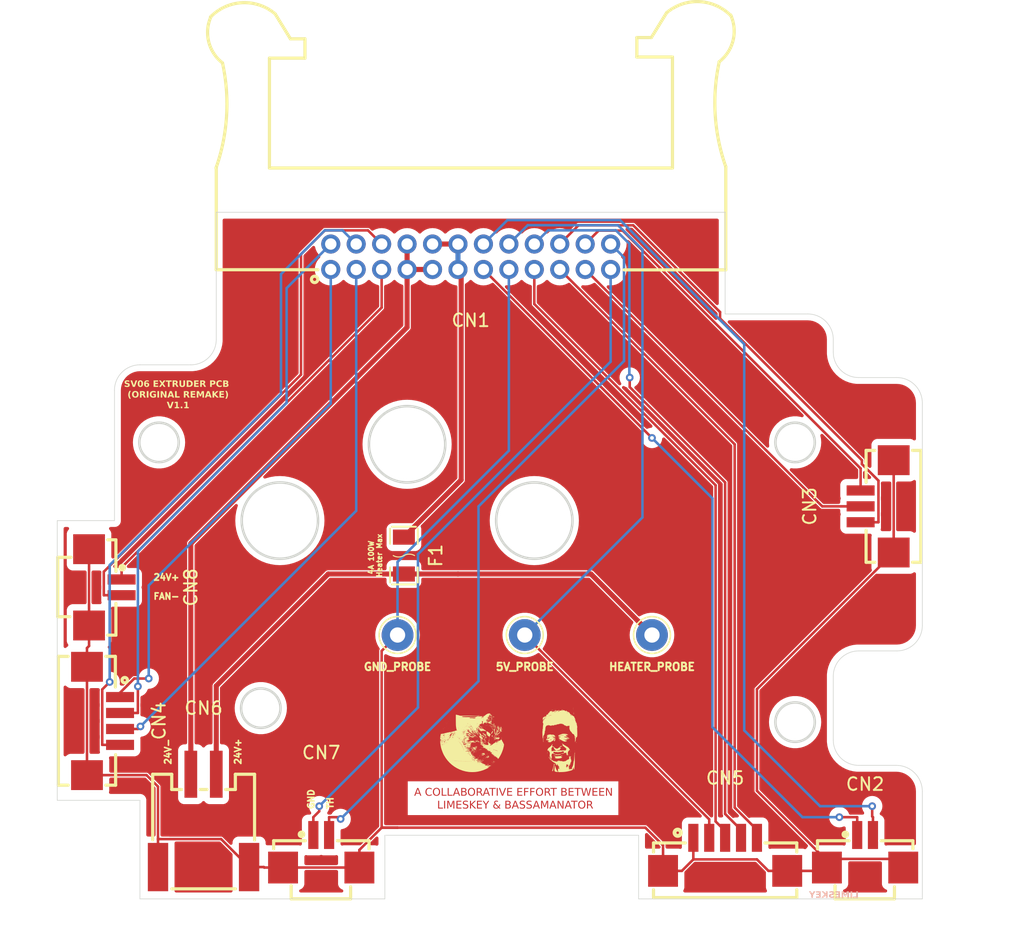
<source format=kicad_pcb>
(kicad_pcb (version 20240108) (generator "pcbnew") (generator_version "8.0")
  (layers (0 "F.Cu" signal) (31 "B.Cu" signal) (34 "B.Paste" user) (35 "F.Paste" user) (36 "B.SilkS" user "B.Silkscreen") (37 "F.SilkS" user "F.Silkscreen") (38 "B.Mask" user) (39 "F.Mask" user) (44 "Edge.Cuts" user))
  (net 0 "")
  (net 1 "Probe #2")
  (net 2 "Probe #1")
  (net 3 "Heater-")
  (net 4 "Empty DET #2")
  (net 5 "Probe #4")
  (net 6 "E Motor #1")
  (net 7 "Termistor-")
  (net 8 "Part Cooling Fan-")
  (net 9 "Empty DET #1")
  (net 10 "Fan+")
  (net 11 "Thermistor+")
  (net 12 "E Motor #3")
  (net 13 "E Motor #2")
  (net 14 "Probe #3")
  (net 15 "Empty DET #3")
  (net 16 "Probe #5")
  (net 17 "E Motor #4")
  (net 18 "Fan-")
  (net 19 "HEATER+_UNFUSED")
  (net 20 "Heater+")
  (net 21 "Part Cooling Fan+")
  (footprint "easyeda2kicad:CONN-SMD_HC-1.25-3PWT" (layer "F.Cu") (at 183.95 84.88 90)
    (property "Reference" "CN3" (at 0 -5.3 -90) (layer "F.SilkS"))
    (property "Value" "HC-1.25-3PWT")
    (pad "1" smd rect (at -1.25 -1.3 90) (size 0.8 2.2) (layers "F.Cu" "F.Paste" "F.Mask") (net 9 "Empty DET #1"))
    (pad "2" smd rect (at 0 -1.3 90) (size 0.8 2.2) (layers "F.Cu" "F.Paste" "F.Mask") (net 4 "Empty DET #2"))
    (pad "3" smd rect (at 1.25 -1.3 90) (size 0.8 2.2) (layers "F.Cu" "F.Paste" "F.Mask") (net 15 "Empty DET #3"))
    (pad "4" smd rect (at -3.63 1.3 90) (size 2.35 2.5) (layers "F.Cu" "F.Paste" "F.Mask") (net 2 "Probe #1"))
    (pad "5" smd rect (at 3.63 1.3 90) (size 2.35 2.5) (layers "F.Cu" "F.Paste" "F.Mask") (net 2 "Probe #1"))
  )
  (footprint "easyeda2kicad:IDC-TH_24P-P2.00_B-3102R24P-A000" (layer "F.Cu") (at 152 65.25 180)
    (property "Reference" "CN1" (at 0 -5 180) (layer "F.SilkS"))
    (property "Value" "B-3102R24P-A000")
    (pad "1" thru_hole circle (at 11 -1 90) (size 1.5 1.5) (drill 0.900024) (layers "*.Cu" "*.Mask") (net 6 "E Motor #1"))
    (pad "2" thru_hole circle (at 11 1 90) (size 1.5 1.5) (drill 0.900024) (layers "*.Cu" "*.Mask") (net 13 "E Motor #2"))
    (pad "3" thru_hole circle (at 9 -1 90) (size 1.5 1.5) (drill 0.900024) (layers "*.Cu" "*.Mask") (net 12 "E Motor #3"))
    (pad "4" thru_hole circle (at 9 1 90) (size 1.5 1.5) (drill 0.900024) (layers "*.Cu" "*.Mask") (net 17 "E Motor #4"))
    (pad "5" thru_hole circle (at 7 -1 90) (size 1.5 1.5) (drill 0.900024) (layers "*.Cu" "*.Mask") (net 10 "Fan+"))
    (pad "6" thru_hole circle (at 7 1 90) (size 1.5 1.5) (drill 0.900024) (layers "*.Cu" "*.Mask") (net 18 "Fan-"))
    (pad "7" thru_hole circle (at 5 -1 90) (size 1.5 1.5) (drill 0.900024) (layers "*.Cu" "*.Mask") (net 3 "Heater-"))
    (pad "8" thru_hole circle (at 5 1 90) (size 1.5 1.5) (drill 0.900024) (layers "*.Cu" "*.Mask") (net 3 "Heater-"))
    (pad "9" thru_hole circle (at 3 -1 90) (size 1.5 1.5) (drill 0.900024) (layers "*.Cu" "*.Mask") (net 3 "Heater-"))
    (pad "10" thru_hole circle (at 3 1 90) (size 1.5 1.5) (drill 0.900024) (layers "*.Cu" "*.Mask") (net 20 "Heater+"))
    (pad "11" thru_hole circle (at 1 -1 90) (size 1.5 1.5) (drill 0.900024) (layers "*.Cu" "*.Mask") (net 20 "Heater+"))
    (pad "12" thru_hole circle (at 1 1 90) (size 1.5 1.5) (drill 0.900024) (layers "*.Cu" "*.Mask") (net 20 "Heater+"))
    (pad "13" thru_hole circle (at -1 -1 90) (size 1.5 1.5) (drill 0.900024) (layers "*.Cu" "*.Mask") (net 21 "Part Cooling Fan+"))
    (pad "14" thru_hole circle (at -1 1 90) (size 1.5 1.5) (drill 0.900024) (layers "*.Cu" "*.Mask") (net 8 "Part Cooling Fan-"))
    (pad "15" thru_hole circle (at -3 -1 90) (size 1.5 1.5) (drill 0.900024) (layers "*.Cu" "*.Mask") (net 2 "Probe #1"))
    (pad "16" thru_hole circle (at -3 1 90) (size 1.5 1.5) (drill 0.900024) (layers "*.Cu" "*.Mask") (net 1 "Probe #2"))
    (pad "17" thru_hole circle (at -5 -1 90) (size 1.5 1.5) (drill 0.900024) (layers "*.Cu" "*.Mask") (net 14 "Probe #3"))
    (pad "18" thru_hole circle (at -5 1 90) (size 1.5 1.5) (drill 0.900024) (layers "*.Cu" "*.Mask") (net 5 "Probe #4"))
    (pad "19" thru_hole circle (at -7 -1 90) (size 1.5 1.5) (drill 0.900024) (layers "*.Cu" "*.Mask") (net 16 "Probe #5"))
    (pad "20" thru_hole circle (at -7 1 90) (size 1.5 1.5) (drill 0.900024) (layers "*.Cu" "*.Mask") (net 9 "Empty DET #1"))
    (pad "21" thru_hole circle (at -9 -1 90) (size 1.5 1.5) (drill 0.900024) (layers "*.Cu" "*.Mask") (net 4 "Empty DET #2"))
    (pad "22" thru_hole circle (at -9 1 90) (size 1.5 1.5) (drill 0.900024) (layers "*.Cu" "*.Mask") (net 15 "Empty DET #3"))
    (pad "23" thru_hole circle (at -11 -1 90) (size 1.5 1.5) (drill 0.900024) (layers "*.Cu" "*.Mask") (net 7 "Termistor-"))
    (pad "24" thru_hole circle (at -11 1 90) (size 1.5 1.5) (drill 0.900024) (layers "*.Cu" "*.Mask") (net 11 "Thermistor+"))
  )
  (footprint "Images:basa" (layer "F.Cu") (at 159.491409 102.59353)
    (property "Reference" "basamator" (hide yes))
    (property "Value" "LOGO" (hide yes))
  )
  (footprint "Images:limskeyyy" (layer "F.Cu") (at 152 103.25 180)
    (property "Reference" "G***" (hide yes))
    (property "Value" "LOGO" (hide yes))
  )
  (footprint "easyeda2kicad:CONN-SMD_2P-P1.25-HC-1.25-2PWT" (layer "F.Cu") (at 123.28 91.25 -90)
    (property "Reference" "CN8" (at 0 -6.72 90) (layer "F.SilkS"))
    (property "Value" "HC-1.25-2PWT")
    (pad "1" smd rect (at -0.62 -1.28 270) (size 0.8 2.2) (layers "F.Cu" "F.Paste" "F.Mask") (net 10 "Fan+"))
    (pad "2" smd rect (at 0.62 -1.28 270) (size 0.8 2.2) (layers "F.Cu" "F.Paste" "F.Mask") (net 18 "Fan-"))
    (pad "3" smd rect (at -3 1.28 180) (size 2.5 2.35) (layers "F.Cu" "F.Paste" "F.Mask") (net 2 "Probe #1"))
    (pad "4" smd rect (at 3 1.28) (size 2.5 2.35) (layers "F.Cu" "F.Paste" "F.Mask") (net 2 "Probe #1"))
  )
  (footprint "easyeda2kicad:CONN-SMD_2P-P1.25-HC-1.25-2PWT" (layer "F.Cu") (at 140.25 112.0075)
    (property "Reference" "CN7" (at 0 -7.7575 0) (layer "F.SilkS"))
    (property "Value" "HC-1.25-2PWT")
    (pad "1" smd rect (at -0.62 -1.28) (size 0.8 2.2) (layers "F.Cu" "F.Paste" "F.Mask") (net 7 "Termistor-"))
    (pad "2" smd rect (at 0.62 -1.28) (size 0.8 2.2) (layers "F.Cu" "F.Paste" "F.Mask") (net 11 "Thermistor+"))
    (pad "3" smd rect (at -3 1.28 270) (size 2.5 2.35) (layers "F.Cu" "F.Paste" "F.Mask") (net 2 "Probe #1"))
    (pad "4" smd rect (at 3 1.28 90) (size 2.5 2.35) (layers "F.Cu" "F.Paste" "F.Mask") (net 2 "Probe #1"))
  )
  (footprint "TestPoint:TestPoint_THTPad_D2.5mm_Drill1.2mm" (layer "F.Cu") (at 166.25 95)
    (property "Reference" "TP2" (hide yes))
    (property "Value" "HEATER_PROBE" (at 0 2.5 0) (layer "F.SilkS") (effects (font (size 0.6 0.6))))
    (pad "1" thru_hole circle (at 0 0) (size 2.5 2.5) (drill 1.2) (layers "*.Cu" "*.Mask") (net 19 "HEATER+_UNFUSED"))
  )
  (footprint "easyeda2kicad:CONN-SMD_2P-P1.25-HC-1.25-2PWT" (layer "F.Cu") (at 183 112.0075)
    (property "Reference" "CN2" (at 0 -5.28 0) (layer "F.SilkS"))
    (property "Value" "HC-1.25-2PWT")
    (pad "1" smd rect (at -0.62 -1.28) (size 0.8 2.2) (layers "F.Cu" "F.Paste" "F.Mask") (net 21 "Part Cooling Fan+"))
    (pad "2" smd rect (at 0.62 -1.28) (size 0.8 2.2) (layers "F.Cu" "F.Paste" "F.Mask") (net 8 "Part Cooling Fan-"))
    (pad "3" smd rect (at -3 1.28 270) (size 2.5 2.35) (layers "F.Cu" "F.Paste" "F.Mask") (net 2 "Probe #1"))
    (pad "4" smd rect (at 3 1.28 90) (size 2.5 2.35) (layers "F.Cu" "F.Paste" "F.Mask") (net 2 "Probe #1"))
  )
  (footprint "TestPoint:TestPoint_THTPad_D2.5mm_Drill1.2mm" (layer "F.Cu") (at 146.25 95)
    (property "Reference" "TP1" (hide yes))
    (property "Value" "GND_PROBE" (at 0 2.5 0) (layer "F.SilkS") (effects (font (size 0.6 0.6))))
    (pad "1" thru_hole circle (at 0 0) (size 2.5 2.5) (drill 1.2) (layers "*.Cu" "*.Mask") (net 2 "Probe #1"))
  )
  (footprint "easyeda2kicad:F1206" (layer "F.Cu") (at 146.75 88.75 -90)
    (property "Reference" "F1" (at 0 -2.5 90) (layer "F.SilkS"))
    (property "Value" "SMD1206-400-6V")
    (pad "1" smd rect (at -1.45 0 270) (size 1.19 1.73) (layers "F.Cu" "F.Paste" "F.Mask") (net 20 "Heater+"))
    (pad "2" smd rect (at 1.45 0 270) (size 1.19 1.73) (layers "F.Cu" "F.Paste" "F.Mask") (net 19 "HEATER+_UNFUSED"))
  )
  (footprint "easyeda2kicad:CONN-SMD_2P-P2.00_XKB_X2011WRS-02A-9TSN" (layer "F.Cu") (at 131 109.6)
    (property "Reference" "CN6" (at 0 -8.85 0) (layer "F.SilkS"))
    (property "Value" "X2011WRS-02A-9TSN")
    (pad "1" smd rect (at -1 -3.65) (size 1 3.7) (layers "F.Cu" "F.Paste" "F.Mask") (net 3 "Heater-"))
    (pad "2" smd rect (at 1 -3.65) (size 1 3.7) (layers "F.Cu" "F.Paste" "F.Mask") (net 19 "HEATER+_UNFUSED"))
    (pad "3" smd rect (at 3.58 3.65) (size 1.6 3.8) (layers "F.Cu" "F.Paste" "F.Mask") (net 2 "Probe #1"))
    (pad "4" smd rect (at -3.58 3.65) (size 1.6 3.8) (layers "F.Cu" "F.Paste" "F.Mask") (net 2 "Probe #1"))
  )
  (footprint "TestPoint:TestPoint_THTPad_D2.5mm_Drill1.2mm" (layer "F.Cu") (at 156.25 95)
    (property "Reference" "TP3" (hide yes))
    (property "Value" "5V_PROBE" (at 0 2.5 0) (layer "F.SilkS") (effects (font (size 0.6 0.6))))
    (pad "1" thru_hole circle (at 0 0) (size 2.5 2.5) (drill 1.2) (layers "*.Cu" "*.Mask") (net 1 "Probe #2"))
  )
  (footprint "easyeda2kicad:CONN-SMD_5P-P1.25_HCTL_HC-1.25-5PWT" (layer "F.Cu") (at 172 112.25)
    (property "Reference" "CN5" (at 0 -6 0) (layer "F.SilkS"))
    (property "Value" "HC-1.25-5PWT")
    (pad "1" smd rect (at -2.5 -1.3) (size 0.8 2.2) (layers "F.Cu" "F.Paste" "F.Mask") (net 2 "Probe #1"))
    (pad "2" smd rect (at -1.25 -1.3) (size 0.8 2.2) (layers "F.Cu" "F.Paste" "F.Mask") (net 1 "Probe #2"))
    (pad "3" smd rect (at 0 -1.3) (size 0.8 2.2) (layers "F.Cu" "F.Paste" "F.Mask") (net 14 "Probe #3"))
    (pad "4" smd rect (at 1.25 -1.3) (size 0.8 2.2) (layers "F.Cu" "F.Paste" "F.Mask") (net 5 "Probe #4"))
    (pad "5" smd rect (at 2.5 -1.3) (size 0.8 2.2) (layers "F.Cu" "F.Paste" "F.Mask") (net 16 "Probe #5"))
    (pad "6" smd rect (at 4.88 1.3) (size 2.35 2.5) (layers "F.Cu" "F.Paste" "F.Mask") (net 2 "Probe #1"))
    (pad "7" smd rect (at -4.88 1.3) (size 2.35 2.5) (layers "F.Cu" "F.Paste" "F.Mask") (net 2 "Probe #1"))
  )
  (footprint "easyeda2kicad:CONN-SMD_4P-P1.25-HC-1.25-4PWT" (layer "F.Cu") (at 123.1375 101.76 -90)
    (property "Reference" "CN4" (at -0.01 -4.3625 90) (layer "F.SilkS"))
    (property "Value" "HC-1.25-4PWT")
    (pad "1" smd rect (at -1.88 -1.3) (size 2.2 0.8) (layers "F.Cu" "F.Paste" "F.Mask") (net 6 "E Motor #1"))
    (pad "2" smd rect (at -0.63 -1.3) (size 2.2 0.8) (layers "F.Cu" "F.Paste" "F.Mask") (net 13 "E Motor #2"))
    (pad "3" smd rect (at 0.63 -1.3) (size 2.2 0.8) (layers "F.Cu" "F.Paste" "F.Mask") (net 12 "E Motor #3"))
    (pad "4" smd rect (at 1.88 -1.3) (size 2.2 0.8) (layers "F.Cu" "F.Paste" "F.Mask") (net 17 "E Motor #4"))
    (pad "5" smd rect (at 4.26 1.3 90) (size 2.35 2.5) (layers "F.Cu" "F.Paste" "F.Mask") (net 2 "Probe #1"))
    (pad "6" smd rect (at -4.26 1.3 90) (size 2.35 2.5) (layers "F.Cu" "F.Paste" "F.Mask") (net 2 "Probe #1"))
  )
  (gr_line (start 187.5 107.3) (end 187.5 115.75) (stroke (width 0.05)) (layer "Edge.Cuts"))
  (gr_arc (start 185.5 74.75) (mid 186.914214 75.335786) (end 187.5 76.75) (stroke (width 0.05)) (layer "Edge.Cuts"))
  (gr_circle (center 177.5 101.85) (end 179.05 101.85) (stroke (width 0.2)) (fill none) (layer "Edge.Cuts"))
  (gr_line (start 145.25 115.75) (end 126 115.75) (stroke (width 0.05)) (layer "Edge.Cuts"))
  (gr_line (start 187.5 94.25) (end 187.5 76.75) (stroke (width 0.05)) (layer "Edge.Cuts"))
  (gr_circle (center 137 86) (end 140 86) (stroke (width 0.2)) (fill none) (layer "Edge.Cuts"))
  (gr_line (start 172 61.75) (end 132 61.75) (stroke (width 0.05)) (layer "Edge.Cuts"))
  (gr_line (start 182.5 105.25) (end 185.45 105.25) (stroke (width 0.05)) (layer "Edge.Cuts"))
  (gr_circle (center 177.5 79.85) (end 179.05 79.85) (stroke (width 0.2)) (fill none) (layer "Edge.Cuts"))
  (gr_line (start 124 86) (end 119.5 86) (stroke (width 0.05)) (layer "Edge.Cuts"))
  (gr_circle (center 127.5 79.85) (end 129.05 79.85) (stroke (width 0.2)) (fill none) (layer "Edge.Cuts"))
  (gr_line (start 132 71.75) (end 132 61.75) (stroke (width 0.05)) (layer "Edge.Cuts"))
  (gr_line (start 180.5 72.75) (end 180.5 71.75) (stroke (width 0.05)) (layer "Edge.Cuts"))
  (gr_arc (start 132 71.75) (mid 131.414214 73.164214) (end 130 73.75) (stroke (width 0.05)) (layer "Edge.Cuts"))
  (gr_circle (center 147 80) (end 150 80) (stroke (width 0.2)) (fill none) (layer "Edge.Cuts"))
  (gr_line (start 185.5 96.25) (end 182.5 96.25) (stroke (width 0.05)) (layer "Edge.Cuts"))
  (gr_arc (start 180.5 98.25) (mid 181.085786 96.835786) (end 182.5 96.25) (stroke (width 0.05)) (layer "Edge.Cuts"))
  (gr_line (start 178.5 69.75) (end 172 69.75) (stroke (width 0.05)) (layer "Edge.Cuts"))
  (gr_line (start 145.25 110.75) (end 145.25 115.75) (stroke (width 0.05)) (layer "Edge.Cuts"))
  (gr_arc (start 182.5 74.75) (mid 181.085786 74.164214) (end 180.5 72.75) (stroke (width 0.05)) (layer "Edge.Cuts"))
  (gr_line (start 126 115.75) (end 126 108) (stroke (width 0.05)) (layer "Edge.Cuts"))
  (gr_line (start 180.5 103.25) (end 180.5 98.25) (stroke (width 0.05)) (layer "Edge.Cuts"))
  (gr_line (start 130 73.75) (end 126 73.75) (stroke (width 0.05)) (layer "Edge.Cuts"))
  (gr_arc (start 182.5 105.25) (mid 181.085786 104.664214) (end 180.5 103.25) (stroke (width 0.05)) (layer "Edge.Cuts"))
  (gr_line (start 185.5 74.75) (end 182.5 74.75) (stroke (width 0.05)) (layer "Edge.Cuts"))
  (gr_line (start 124 86) (end 124 75.75) (stroke (width 0.05)) (layer "Edge.Cuts"))
  (gr_circle (center 135.5 100.75) (end 137.05 100.75) (stroke (width 0.2)) (fill none) (layer "Edge.Cuts"))
  (gr_line (start 165.2 115.75) (end 187.5 115.75) (stroke (width 0.05)) (layer "Edge.Cuts"))
  (gr_line (start 126 108) (end 119.5 108) (stroke (width 0.05)) (layer "Edge.Cuts"))
  (gr_line (start 119.5 86) (end 119.5 108) (stroke (width 0.05)) (layer "Edge.Cuts"))
  (gr_line (start 165.2 110.75) (end 165.2 115.75) (stroke (width 0.05)) (layer "Edge.Cuts"))
  (gr_arc (start 187.5 94.25) (mid 186.914214 95.664214) (end 185.5 96.25) (stroke (width 0.05)) (layer "Edge.Cuts"))
  (gr_circle (center 157 86) (end 160 86) (stroke (width 0.2)) (fill none) (layer "Edge.Cuts"))
  (gr_arc (start 178.5 69.75) (mid 179.914214 70.335786) (end 180.5 71.75) (stroke (width 0.05)) (layer "Edge.Cuts"))
  (gr_arc (start 124 75.75) (mid 124.585786 74.335786) (end 126 73.75) (stroke (width 0.05)) (layer "Edge.Cuts"))
  (gr_arc (start 185.45 105.25) (mid 186.899569 105.850431) (end 187.5 107.3) (stroke (width 0.05)) (layer "Edge.Cuts"))
  (gr_line (start 165.2 110.75) (end 145.25 110.75) (stroke (width 0.05)) (layer "Edge.Cuts"))
  (gr_line (start 172 69.75) (end 172 61.75) (stroke (width 0.05)) (layer "Edge.Cuts"))
  (gr_text "A COLLABORATIVE EFFORT BETWEEN \nLIMESKEY & BASSAMANATOR" (at 155.5 108.75 0) (layer "F.Cu") (effects (font (size 0.6 0.6) (thickness 0.125)) (justify bottom)))
  (gr_text "LIMESKEY" (at 182.5 115.75 0) (layer "B.SilkS") (effects (font (size 0.5 0.5) (thickness 0.125) (bold yes)) (justify left bottom mirror)))
  (gr_text "24V+" (at 127 90.75 0) (layer "F.SilkS") (effects (font (size 0.5 0.5) (thickness 0.125) (bold yes)) (justify left bottom)))
  (gr_text "24V+" (at 134 105.25 90) (layer "F.SilkS") (effects (font (size 0.5 0.5) (thickness 0.125) (bold yes)) (justify left bottom)))
  (gr_text "TH" (at 141.25 108.75 90) (layer "F.SilkS") (effects (font (size 0.5 0.5) (thickness 0.125) (bold yes)) (justify left bottom)))
  (gr_text "4A 100W \nHeater Max" (at 144.5 88.75 90) (layer "F.SilkS") (effects (font (size 0.4 0.4) (thickness 0.1))))
  (gr_text "SV06 EXTRUDER PCB \n(ORIGINAL REMAKE)\nV1.1" (at 129 77.25 0) (layer "F.SilkS") (effects (font (size 0.5 0.5) (thickness 0.125) (bold yes)) (justify bottom)))
  (gr_text "24V-" (at 128.5 105.25 90) (layer "F.SilkS") (effects (font (size 0.5 0.5) (thickness 0.125) (bold yes)) (justify left bottom)))
  (gr_text "GND" (at 139.75 108.75 90) (layer "F.SilkS") (effects (font (size 0.5 0.5) (thickness 0.125) (bold yes)) (justify left bottom)))
  (gr_text "FAN-" (at 127 92.25 0) (layer "F.SilkS") (effects (font (size 0.5 0.5) (thickness 0.125) (bold yes)) (justify left bottom)))
  (segment (start 156.25 95) (end 170.75 109.5) (width 0.2) (layer "F.Cu") (net 1))
  (segment (start 170.75 109.5) (end 170.75 110.95) (width 0.2) (layer "F.Cu") (net 1))
  (segment (start 165.5 64.6903) (end 163.5793 62.7696) (width 0.2) (layer "B.Cu") (net 1))
  (segment (start 156.4804 62.7696) (end 155 64.25) (width 0.2) (layer "B.Cu") (net 1))
  (segment (start 165.5 85.75) (end 165.5 64.6903) (width 0.2) (layer "B.Cu") (net 1))
  (segment (start 156.25 95) (end 165.5 85.75) (width 0.2) (layer "B.Cu") (net 1))
  (segment (start 163.5793 62.7696) (end 156.4804 62.7696) (width 0.2) (layer "B.Cu") (net 1))
  (segment (start 127.42 106.92) (end 127.42 111.0483) (width 0.2) (layer "F.Cu") (net 2))
  (segment (start 145 96.25) (end 146.25 95) (width 0.2) (layer "F.Cu") (net 2))
  (segment (start 121.8375 96.0233) (end 122 95.8608) (width 0.2) (layer "F.Cu") (net 2))
  (segment (start 174.5 112.6467) (end 175.4033 113.55) (width 0.2) (layer "F.Cu") (net 2))
  (segment (start 169.5 112.6467) (end 174.5 112.6467) (width 0.2) (layer "F.Cu") (net 2))
  (segment (start 127.42 113.25) (end 127.42 111.0483) (width 0.2) (layer "F.Cu") (net 2))
  (segment (start 180 113.2875) (end 180 112.7877) (width 0.2) (layer "F.Cu") (net 2))
  (segment (start 179.8575 112.6075) (end 174.5 107.25) (width 0.2) (layer "F.Cu") (net 2))
  (segment (start 122 95.8608) (end 122 94.25) (width 0.2) (layer "F.Cu") (net 2))
  (segment (start 179.7375 113.55) (end 176.88 113.55) (width 0.2) (layer "F.Cu") (net 2))
  (segment (start 167.12 113.55) (end 168.5967 113.55) (width 0.2) (layer "F.Cu") (net 2))
  (segment (start 134.58 113.2489) (end 135.7347 113.2489) (width 0.2) (layer "F.Cu") (net 2))
  (segment (start 167.12 113.55) (end 167.12 111.5431) (width 0.2) (layer "F.Cu") (net 2))
  (segment (start 132.3805 111.0483) (end 127.42 111.0483) (width 0.2) (layer "F.Cu") (net 2))
  (segment (start 145 110.15) (end 145 96.25) (width 0.2) (layer "F.Cu") (net 2))
  (segment (start 186 113.2875) (end 185.32 112.6075) (width 0.2) (layer "F.Cu") (net 2))
  (segment (start 146.25 110.15) (end 145 110.15) (width 0.2) (layer "F.Cu") (net 2))
  (segment (start 169.5 111.2752) (end 169.5 112.6467) (width 0.2) (layer "F.Cu") (net 2))
  (segment (start 176.88 113.55) (end 175.4033 113.55) (width 0.2) (layer "F.Cu") (net 2))
  (segment (start 180.1802 112.6075) (end 179.8575 112.6075) (width 0.2) (layer "F.Cu") (net 2))
  (segment (start 137.25 113.2875) (end 135.7733 113.2875) (width 0.2) (layer "F.Cu") (net 2))
  (segment (start 121.8375 106.02) (end 126.52 106.02) (width 0.2) (layer "F.Cu") (net 2))
  (segment (start 143.25 111.901472) (end 145.001472 110.15) (width 0.2) (layer "F.Cu") (net 2))
  (segment (start 185.32 112.6075) (end 180.1802 112.6075) (width 0.2) (layer "F.Cu") (net 2))
  (segment (start 169.5 110.95) (end 169.5 111.2752) (width 0.2) (layer "F.Cu") (net 2))
  (segment (start 165.7269 110.15) (end 146.25 110.15) (width 0.2) (layer "F.Cu") (net 2))
  (segment (start 134.58 113.25) (end 134.58 113.2489) (width 0.2) (layer "F.Cu") (net 2))
  (segment (start 180 113.2875) (end 179.7375 113.55) (width 0.2) (layer "F.Cu") (net 2))
  (segment (start 134.58 113.2489) (end 134.58 113.2478) (width 0.2) (layer "F.Cu") (net 2))
  (segment (start 180 112.7877) (end 180.1802 112.6075) (width 0.2) (layer "F.Cu") (net 2))
  (segment (start 185.25 81.25) (end 185.25 88.51) (width 0.2) (layer "F.Cu") (net 2))
  (segment (start 134.58 113.2478) (end 132.3805 111.0483) (width 0.2) (layer "F.Cu") (net 2))
  (segment (start 126.52 106.02) (end 127.42 106.92) (width 0.2) (layer "F.Cu") (net 2))
  (segment (start 137.25 113.2875) (end 143.25 113.2875) (width 0.2) (layer "F.Cu") (net 2))
  (segment (start 121.8375 97.5) (end 121.8375 96.0233) (width 0.2) (layer "F.Cu") (net 2))
  (segment (start 135.7347 113.2489) (end 135.7733 113.2875) (width 0.2) (layer "F.Cu") (net 2))
  (segment (start 174.5 99.26) (end 185.25 88.51) (width 0.2) (layer "F.Cu") (net 2))
  (segment (start 169.5 112.6467) (end 168.5967 113.55) (width 0.2) (layer "F.Cu") (net 2))
  (segment (start 145.001472 110.15) (end 146.25 110.15) (width 0.2) (layer "F.Cu") (net 2))
  (segment (start 167.12 111.5431) (end 165.7269 110.15) (width 0.2) (layer "F.Cu") (net 2))
  (segment (start 122 94.25) (end 122 88.25) (width 0.2) (layer "F.Cu") (net 2))
  (segment (start 174.5 107.25) (end 174.5 99.26) (width 0.2) (layer "F.Cu") (net 2))
  (segment (start 143.25 113.2875) (end 143.25 111.901472) (width 0.2) (layer "F.Cu") (net 2))
  (segment (start 121.8375 97.5) (end 121.8375 106.02) (width 0.2) (layer "F.Cu") (net 2))
  (segment (start 155 80.5) (end 146.25 89.25) (width 0.2) (layer "B.Cu") (net 2))
  (segment (start 146.25 89.25) (end 146.25 95) (width 0.2) (layer "B.Cu") (net 2))
  (segment (start 155 66.25) (end 155 80.5) (width 0.2) (layer "B.Cu") (net 2))
  (segment (start 147 70.8) (end 147 66.25) (width 0.4) (layer "F.Cu") (net 3))
  (segment (start 130 105.95) (end 130 87.8) (width 0.4) (layer "F.Cu") (net 3))
  (segment (start 147 66.25) (end 147 64.25) (width 0.4) (layer "F.Cu") (net 3))
  (segment (start 147 66.25) (end 149 66.25) (width 0.4) (layer "F.Cu") (net 3))
  (segment (start 130 87.8) (end 147 70.8) (width 0.4) (layer "F.Cu") (net 3))
  (segment (start 179.63 84.88) (end 182.65 84.88) (width 0.2) (layer "F.Cu") (net 4))
  (segment (start 161 66.25) (end 179.63 84.88) (width 0.2) (layer "F.Cu") (net 4))
  (segment (start 172 109.07) (end 173.25 110.32) (width 0.2) (layer "F.Cu") (net 5))
  (segment (start 164.5 75.5) (end 172 83) (width 0.2) (layer "F.Cu") (net 5))
  (segment (start 173.25 110.32) (end 173.25 110.95) (width 0.2) (layer "F.Cu") (net 5))
  (segment (start 164.5 74.75) (end 164.5 75.5) (width 0.2) (layer "F.Cu") (net 5))
  (segment (start 172 83) (end 172 109.07) (width 0.2) (layer "F.Cu") (net 5))
  (via (at 164.5 74.75) (size 0.6) (drill 0.3) (layers "F.Cu" "B.Cu") (net 5))
  (segment (start 158.0787 63.1713) (end 157 64.25) (width 0.2) (layer "B.Cu") (net 5))
  (segment (start 164.4707 64.229) (end 163.413 63.1713) (width 0.2) (layer "B.Cu") (net 5))
  (segment (start 164.5 74.75) (end 164.4707 74.7207) (width 0.2) (layer "B.Cu") (net 5))
  (segment (start 164.4707 74.7207) (end 164.4707 64.229) (width 0.2) (layer "B.Cu") (net 5))
  (segment (start 163.413 63.1713) (end 158.0787 63.1713) (width 0.2) (layer "B.Cu") (net 5))
  (segment (start 124.4375 99.5353) (end 125.5505 98.4223) (width 0.2) (layer "F.Cu") (net 6))
  (segment (start 124.4375 99.88) (end 124.4375 99.5353) (width 0.2) (layer "F.Cu") (net 6))
  (segment (start 125.5505 98.4223) (end 126.6908 98.4223) (width 0.2) (layer "F.Cu") (net 6))
  (via (at 126.6908 98.4223) (size 0.6) (drill 0.3) (layers "F.Cu" "B.Cu") (net 6))
  (segment (start 126.6909 98.4223) (end 126.6908 98.4223) (width 0.2) (layer "B.Cu") (net 6))
  (segment (start 126.6909 91.0996) (end 126.6909 98.4223) (width 0.2) (layer "B.Cu") (net 6))
  (segment (start 141 76.7905) (end 126.6909 91.0996) (width 0.2) (layer "B.Cu") (net 6))
  (segment (start 141 66.25) (end 141 76.7905) (width 0.2) (layer "B.Cu") (net 6))
  (segment (start 140.0936 108.8622) (end 140.0936 108.4597) (width 0.2) (layer "F.Cu") (net 7))
  (segment (start 139.63 110.7275) (end 139.63 109.3258) (width 0.2) (layer "F.Cu") (net 7))
  (segment (start 139.63 109.3258) (end 140.0936 108.8622) (width 0.2) (layer "F.Cu") (net 7))
  (via (at 140.0936 108.4597) (size 0.6) (drill 0.3) (layers "F.Cu" "B.Cu") (net 7))
  (segment (start 147.8548 100.6985) (end 147.8548 88.6452) (width 0.2) (layer "B.Cu") (net 7))
  (segment (start 163 73.5) (end 163 66.25) (width 0.2) (layer "B.Cu") (net 7))
  (segment (start 140.0936 108.4597) (end 147.8548 100.6985) (width 0.2) (layer "B.Cu") (net 7))
  (segment (start 147.8548 88.6452) (end 163 73.5) (width 0.2) (layer "B.Cu") (net 7))
  (segment (start 183.5583 109.2641) (end 183.5583 108.4597) (width 0.2) (layer "F.Cu") (net 8))
  (segment (start 183.62 110.7275) (end 183.62 109.3258) (width 0.2) (layer "F.Cu") (net 8))
  (segment (start 183.62 109.3258) (end 183.5583 109.2641) (width 0.2) (layer "F.Cu") (net 8))
  (via (at 183.5583 108.4597) (size 0.6) (drill 0.3) (layers "F.Cu" "B.Cu") (net 8))
  (segment (start 163.7456 62.3679) (end 154.8821 62.3679) (width 0.2) (layer "B.Cu") (net 8))
  (segment (start 173.5 72.1223) (end 163.7456 62.3679) (width 0.2) (layer "B.Cu") (net 8))
  (segment (start 154.8821 62.3679) (end 153 64.25) (width 0.2) (layer "B.Cu") (net 8))
  (segment (start 183.5583 108.4597) (end 179.4597 108.4597) (width 0.2) (layer "B.Cu") (net 8))
  (segment (start 173.5 102.5) (end 173.5 72.1223) (width 0.2) (layer "B.Cu") (net 8))
  (segment (start 179.4597 108.4597) (end 173.5 102.5) (width 0.2) (layer "B.Cu") (net 8))
  (segment (start 182.75 81.25) (end 182.75 81.555) (width 0.2) (layer "F.Cu") (net 9))
  (segment (start 182.75 81.555) (end 184.0517 82.8567) (width 0.2) (layer "F.Cu") (net 9))
  (segment (start 171.6 69.6) (end 171.6 70.1) (width 0.2) (layer "F.Cu") (net 9))
  (segment (start 164.7762 62.7762) (end 171.6 69.6) (width 0.2) (layer "F.Cu") (net 9))
  (segment (start 171.6 70.1) (end 182.75 81.25) (width 0.2) (layer "F.Cu") (net 9))
  (segment (start 184.0517 86.13) (end 182.65 86.13) (width 0.2) (layer "F.Cu") (net 9))
  (segment (start 184.0517 82.8567) (end 184.0517 86.13) (width 0.2) (layer "F.Cu") (net 9))
  (segment (start 160.4738 62.7762) (end 164.7762 62.7762) (width 0.2) (layer "F.Cu") (net 9))
  (segment (start 159 64.25) (end 160.4738 62.7762) (width 0.2) (layer "F.Cu") (net 9))
  (segment (start 124.56 89.69) (end 145 69.25) (width 0.2) (layer "F.Cu") (net 10))
  (segment (start 124.56 90.63) (end 124.56 89.69) (width 0.2) (layer "F.Cu") (net 10))
  (segment (start 145 69.25) (end 145 66.25) (width 0.2) (layer "F.Cu") (net 10))
  (segment (start 140.87 110.7275) (end 140.87 109.3258) (width 0.2) (layer "F.Cu") (net 11))
  (segment (start 141.6329 109.3258) (end 141.7739 109.4668) (width 0.2) (layer "F.Cu") (net 11))
  (segment (start 140.87 109.3258) (end 141.6329 109.3258) (width 0.2) (layer "F.Cu") (net 11))
  (via (at 141.7739 109.4668) (size 0.6) (drill 0.3) (layers "F.Cu" "B.Cu") (net 11))
  (segment (start 164.0524 65.3024) (end 164.0524 73.4476) (width 0.2) (layer "B.Cu") (net 11))
  (segment (start 152.6143 84.8857) (end 152.6143 98.6264) (width 0.2) (layer "B.Cu") (net 11))
  (segment (start 164.0524 73.4476) (end 152.6143 84.8857) (width 0.2) (layer "B.Cu") (net 11))
  (segment (start 152.6143 98.6264) (end 141.7739 109.4668) (width 0.2) (layer "B.Cu") (net 11))
  (segment (start 163 64.25) (end 164.0524 65.3024) (width 0.2) (layer "B.Cu") (net 11))
  (segment (start 125.8392 102.39) (end 126.0397 102.1895) (width 0.2) (layer "F.Cu") (net 12))
  (segment (start 124.4375 102.39) (end 125.8392 102.39) (width 0.2) (layer "F.Cu") (net 12))
  (via (at 126.0397 102.1895) (size 0.6) (drill 0.3) (layers "F.Cu" "B.Cu") (net 12))
  (segment (start 143 66.25) (end 143 85.2292) (width 0.2) (layer "B.Cu") (net 12))
  (segment (start 143 85.2292) (end 126.0397 102.1895) (width 0.2) (layer "B.Cu") (net 12))
  (segment (start 124.4375 101.13) (end 125.8392 101.13) (width 0.2) (layer "F.Cu") (net 13))
  (segment (start 125.8392 101.13) (end 125.8392 99.0401) (width 0.2) (layer "F.Cu") (net 13))
  (via (at 125.8392 99.0401) (size 0.6) (drill 0.3) (layers "F.Cu" "B.Cu") (net 13))
  (segment (start 141 64.25) (end 137.5297 67.7203) (width 0.2) (layer "B.Cu") (net 13))
  (segment (start 125.8392 88.4315) (end 125.8392 99.0401) (width 0.2) (layer "B.Cu") (net 13))
  (segment (start 137.5297 76.741) (end 125.8392 88.4315) (width 0.2) (layer "B.Cu") (net 13))
  (segment (start 137.5297 67.7203) (end 137.5297 76.741) (width 0.2) (layer "B.Cu") (net 13))
  (segment (start 171.25 83.2186) (end 157 68.9686) (width 0.2) (layer "F.Cu") (net 14))
  (segment (start 171.25 109.66) (end 171.25 83.2186) (width 0.2) (layer "F.Cu") (net 14))
  (segment (start 157 68.9686) (end 157 66.25) (width 0.2) (layer "F.Cu") (net 14))
  (segment (start 172 110.41) (end 171.25 109.66) (width 0.2) (layer "F.Cu") (net 14))
  (segment (start 172 110.95) (end 172 110.41) (width 0.2) (layer "F.Cu") (net 14))
  (segment (start 182.65 81.9) (end 182.65 83.63) (width 0.2) (layer "F.Cu") (net 15))
  (segment (start 162.0571 63.1929) (end 163.9429 63.1929) (width 0.2) (layer "F.Cu") (net 15))
  (segment (start 161 64.25) (end 162.0571 63.1929) (width 0.2) (layer "F.Cu") (net 15))
  (segment (start 163.9429 63.1929) (end 182.65 81.9) (width 0.2) (layer "F.Cu") (net 15))
  (segment (start 174.5 110.32) (end 172.75 108.57) (width 0.2) (layer "F.Cu") (net 16))
  (segment (start 172.75 108.57) (end 172.75 80) (width 0.2) (layer "F.Cu") (net 16))
  (segment (start 172.75 80) (end 159 66.25) (width 0.2) (layer "F.Cu") (net 16))
  (segment (start 174.5 110.95) (end 174.5 110.32) (width 0.2) (layer "F.Cu") (net 16))
  (segment (start 124.4375 103.64) (end 123.0358 103.64) (width 0.2) (layer "F.Cu") (net 17))
  (segment (start 123.0358 103.64) (end 123.0358 99.2793) (width 0.2) (layer "F.Cu") (net 17))
  (segment (start 123.0358 99.2793) (end 123.6225 98.6926) (width 0.2) (layer "F.Cu") (net 17))
  (via (at 123.6225 98.6926) (size 0.6) (drill 0.3) (layers "F.Cu" "B.Cu") (net 17))
  (segment (start 143 64.25) (end 141.9257 63.1757) (width 0.2) (layer "B.Cu") (net 17))
  (segment (start 141.9257 63.1757) (end 140.5244 63.1757) (width 0.2) (layer "B.Cu") (net 17))
  (segment (start 123.6225 89.4987) (end 123.6225 98.6926) (width 0.2) (layer "B.Cu") (net 17))
  (segment (start 137.0867 76.0345) (end 123.6225 89.4987) (width 0.2) (layer "B.Cu") (net 17))
  (segment (start 140.5244 63.1757) (end 137.0867 66.6134) (width 0.2) (layer "B.Cu") (net 17))
  (segment (start 137.0867 66.6134) (end 137.0867 76.0345) (width 0.2) (layer "B.Cu") (net 17))
  (segment (start 124.56 91.87) (end 123.1583 91.87) (width 0.2) (layer "F.Cu") (net 18))
  (segment (start 143.9257 63.1757) (end 140.5411 63.1757) (width 0.2) (layer "F.Cu") (net 18))
  (segment (start 140.5411 63.1757) (end 138.6634 65.0534) (width 0.2) (layer "F.Cu") (net 18))
  (segment (start 123.1583 90.0243) (end 123.1583 91.87) (width 0.2) (layer "F.Cu") (net 18))
  (segment (start 138.6634 74.5192) (end 123.1583 90.0243) (width 0.2) (layer "F.Cu") (net 18))
  (segment (start 138.6634 65.0534) (end 138.6634 74.5192) (width 0.2) (layer "F.Cu") (net 18))
  (segment (start 145 64.25) (end 143.9257 63.1757) (width 0.2) (layer "F.Cu") (net 18))
  (segment (start 132 99) (end 132 105.95) (width 0.4) (layer "F.Cu") (net 19))
  (segment (start 140.8 90.2) (end 132 99) (width 0.4) (layer "F.Cu") (net 19))
  (segment (start 161.45 90.2) (end 166.25 95) (width 0.4) (layer "F.Cu") (net 19))
  (segment (start 151 90.2) (end 140.8 90.2) (width 0.4) (layer "F.Cu") (net 19))
  (segment (start 151 90.2) (end 161.45 90.2) (width 0.4) (layer "F.Cu") (net 19))
  (segment (start 146.25 87.3) (end 146.75 87.3) (width 0.4) (layer "F.Cu") (net 20))
  (segment (start 151 64.25) (end 149 64.25) (width 0.4) (layer "F.Cu") (net 20))
  (segment (start 151.25 82.8) (end 151.25 66.5) (width 0.4) (layer "F.Cu") (net 20))
  (segment (start 151.25 66.5) (end 151 66.25) (width 0.4) (layer "F.Cu") (net 20))
  (segment (start 146.75 87.3) (end 151.25 82.8) (width 0.4) (layer "F.Cu") (net 20))
  (segment (start 151 64.25) (end 151 66.25) (width 0.4) (layer "B.Cu") (net 20))
  (segment (start 182.38 109.3258) (end 180.9783 109.3258) (width 0.2) (layer "F.Cu") (net 21))
  (segment (start 182.38 110.7275) (end 182.38 109.3258) (width 0.2) (layer "F.Cu") (net 21))
  (segment (start 166.25 79.5) (end 153 66.25) (width 0.2) (layer "F.Cu") (net 21))
  (via (at 166.25 79.5) (size 0.6) (drill 0.3) (layers "F.Cu" "B.Cu") (net 21))
  (via (at 180.9783 109.3258) (size 0.6) (drill 0.3) (layers "F.Cu" "B.Cu") (net 21))
  (segment (start 178.0758 109.3258) (end 180.9783 109.3258) (width 0.2) (layer "B.Cu") (net 21))
  (segment (start 171 102.25) (end 178.0758 109.3258) (width 0.2) (layer "B.Cu") (net 21))
  (segment (start 166.25 79.5) (end 171 84.25) (width 0.2) (layer "B.Cu") (net 21))
  (segment (start 171 84.25) (end 171 102.25) (width 0.2) (layer "B.Cu") (net 21))
  (zone (net 0) (net_name "") (layer "F.Cu") (name "Filled zone of copper") (connect_pads (clearance 0.5)) (min_thickness 0.25) (fill yes (thermal_gap 0.5) (thermal_bridge_width 0.5) (island_removal_mode 1) (island_area_min 10))
    (polygon (pts (xy 195.5 57.75) (xy 115 57.75) (xy 115 119.25) (xy 195.5 119.25)))
  )
)
</source>
